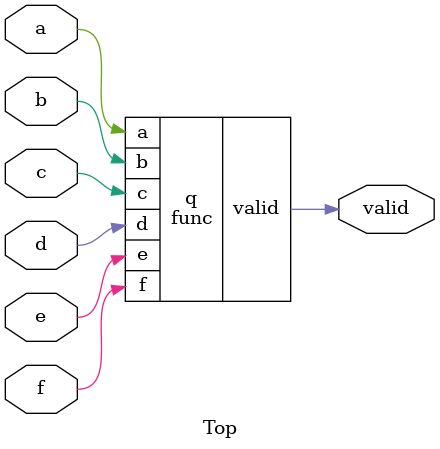
<source format=sv>
module func
  (input logic a,b,c,d,e,f,
  output logic valid  );

	nand #1		g1(f1,na,nb,nc,nd,ne,f),
			     g2(f2,na,nb,c,e,f),
		      	g3(f3,na,b,nc,e,f),
			     g4(f4,na,b,d,nf),
		      	g5(f5,na,b,c,nd),
			     g6(f6,a,nb,c,f),
	       		g7(f7,b,ne,nf),
			     g8(f8,c,nd,ne),
		      	g9(f9,a,nf),
			     finalG(valid, f1,f2,f3,f4,f5,f6,f7,f8,f9);
    
  
	not	     ga(na,a),
			     gb(nb,b),
			     gc(nc,c),
		      	gd(nd,d),
			     ge(ne,e),
	       		gf(nf,f);      

endmodule


/*module Tester (output logic a, b, c, d, e, f, input valid);

initial begin $monitor ($time,, "a=%b,b=%b,c=%b,d=%b,e=%b,f=%b, valid=%b", a, b, c, d, e, f, valid);
a = 0; b = 0; c = 0; d = 0; e = 0; f = 0;
#2 e=1;
#2 f=1;
#2 d=1;
#2 f=0;
#2 e=0;
#2 f=1;
#2 d=0; f=0; e=1; c=1; 
#2 e=0; d=1;
#2 f=1;
#2 f=0; e=1;
#2 f=1; b=1;
#2 e=0;
#2 c=0;
#2 d=0;
#2 f=0; e=1;
#2 f=1; a=1;
#2 e=0;
#2 d=1;
#2 e=1;
#2 c=1;
#2 e=0;
#2 e=1;d=0;
#2 b=0; c=0;
#2 e=0;
#2 d=1;
#2 e=1;
#2 $finish;
end
endmodule*/


module Top(a, b, c, d, e, f, valid);
	input a,b,c,d,e,f;
	output valid;
    
	func q(.*);
	/*Tester t(.*);*/

endmodule
</source>
